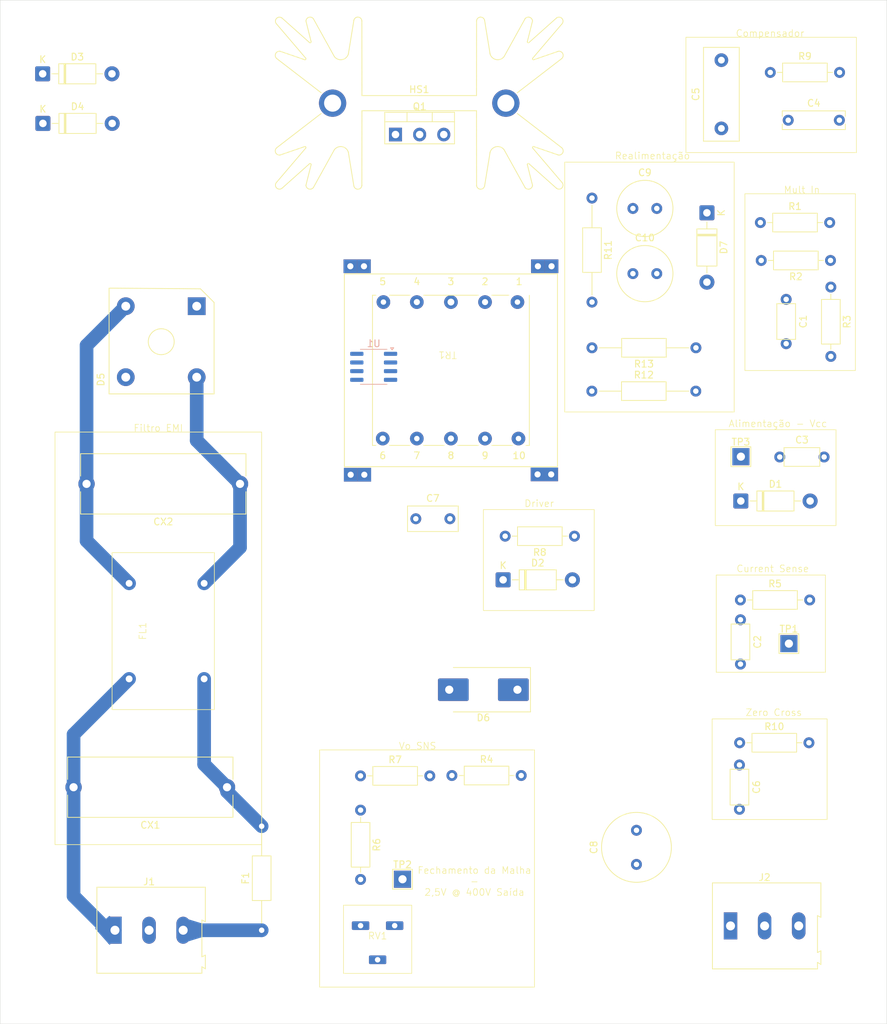
<source format=kicad_pcb>
(kicad_pcb (version 20241229) (generator "pcbnew") (generator_version "9.0")
  (layers (0 "F.Cu" jumper) (2 "B.Cu" signal) (13 "F.Paste" user) (15 "B.Paste" user) (5 "F.SilkS" user "F.Silkscreen") (7 "B.SilkS" user "B.Silkscreen") (1 "F.Mask" user) (3 "B.Mask" user) (25 "Edge.Cuts" user))
  (net 0 "")
  (net 1 "/PFC/Mult_In")
  (net 2 "Earth")
  (net 3 "/CS")
  (net 4 "/Vcc")
  (net 5 "Net-(C4-Pad2)")
  (net 6 "/PFC/Comp")
  (net 7 "/ZCD")
  (net 8 "Net-(D5-+)")
  (net 9 "/Out+")
  (net 10 "Net-(D7-K)")
  (net 11 "Net-(CX1-Pad1)")
  (net 12 "/Prot-EMI/N")
  (net 13 "/Prot-EMI/P'")
  (net 14 "/Prot-EMI/N'")
  (net 15 "/PWM")
  (net 16 "/PFC/Multin")
  (net 17 "Net-(D6-A)")
  (net 18 "/Prot-EMI/P")
  (net 21 "Net-(R1-Pad1)")
  (net 22 "Net-(R4-Pad1)")
  (net 23 "/PFC/VO_SNS")
  (net 24 "Net-(R6-Pad2)")
  (net 25 "Net-(R12-Pad2)")
  (net 26 "/PFC/Current_Sense")
  (net 27 "/PFC/Zero_Cross")
  (net 28 "/PFC/Driver")
  (footprint "TestPoint:TestPoint_THTPad_2.5x2.5mm_Drill1.2mm" (layer "F.Cu") (at 137.81 96.1)
    (property "Reference" "TP3" (at 0 -2.148 0) (layer "F.SilkS"))
    (property "Value" "TestPoint")
    (pad "1" thru_hole rect (at 0 0) (size 2.5 2.5) (drill 1.2) (layers "*.Cu" "*.Mask") (net 4 "/Vcc"))
  )
  (footprint "Diode_THT:D_DO-41_SOD81_P10.16mm_Horizontal" (layer "F.Cu") (at 132.83 60.37 -90)
    (property "Reference" "D7" (at 5.08 -2.47 90) (layer "F.SilkS"))
    (property "Value" "D")
    (fp_text user "K" (at 0 -2.1 90) (layer "F.SilkS"))
    (pad "1" thru_hole roundrect (at 0 0 270) (size 2.2 2.2) (drill 1.1) (layers "*.Cu" "*.Mask") (roundrect_rratio 0.113636) (net 10 "Net-(D7-K)"))
    (pad "2" thru_hole circle (at 10.16 0 270) (size 2.2 2.2) (drill 1.1) (layers "*.Cu" "*.Mask") (net 7 "/ZCD"))
  )
  (footprint "Diode_THT:Diode_Bridge_Vishay_KBPC6" (layer "F.Cu") (at 58.025 74.055 -90)
    (property "Reference" "D5" (at 10.75 14.05 90) (layer "F.SilkS"))
    (property "Value" "VS-KBPC608")
    (pad "1" thru_hole rect (at 0 0 270) (size 2.6 2.6) (drill 1.3) (layers "*.Cu" "*.Mask") (net 8 "Net-(D5-+)"))
    (pad "2" thru_hole circle (at 0 10.4 270) (size 2.6 2.6) (drill 1.3) (layers "*.Cu" "*.Mask") (net 14 "/Prot-EMI/N'"))
    (pad "3" thru_hole circle (at 10.4 10.4 270) (size 2.6 2.6) (drill 1.3) (layers "*.Cu" "*.Mask") (net 2 "Earth"))
    (pad "4" thru_hole circle (at 10.4 0 270) (size 2.6 2.6) (drill 1.3) (layers "*.Cu" "*.Mask") (net 13 "/Prot-EMI/P'"))
  )
  (footprint "TestPoint:TestPoint_THTPad_2.5x2.5mm_Drill1.2mm" (layer "F.Cu") (at 88.2 158.025)
    (property "Reference" "TP2" (at 0 -2.148 0) (layer "F.SilkS"))
    (property "Value" "TestPoint")
    (pad "1" thru_hole rect (at 0 0) (size 2.5 2.5) (drill 1.2) (layers "*.Cu" "*.Mask") (net 24 "Net-(R6-Pad2)"))
  )
  (footprint "Resistor_THT:R_Axial_DIN0207_L6.3mm_D2.5mm_P10.16mm_Horizontal" (layer "F.Cu") (at 142.12 39.8)
    (property "Reference" "R9" (at 5.08 -2.37 0) (layer "F.SilkS"))
    (property "Value" "11k5")
    (pad "1" thru_hole circle (at 0 0) (size 1.6 1.6) (drill 0.8) (layers "*.Cu" "*.Mask") (net 2 "Earth"))
    (pad "2" thru_hole circle (at 10.16 0) (size 1.6 1.6) (drill 0.8) (layers "*.Cu" "*.Mask") (net 5 "Net-(C4-Pad2)"))
  )
  (footprint "Resistor_THT:R_Axial_DIN0207_L6.3mm_D2.5mm_P10.16mm_Horizontal" (layer "F.Cu") (at 82.04 142.875)
    (property "Reference" "R7" (at 5.08 -2.37 0) (layer "F.SilkS"))
    (property "Value" "180k")
    (pad "1" thru_hole circle (at 0 0) (size 1.6 1.6) (drill 0.8) (layers "*.Cu" "*.Mask") (net 23 "/PFC/VO_SNS"))
    (pad "2" thru_hole circle (at 10.16 0) (size 1.6 1.6) (drill 0.8) (layers "*.Cu" "*.Mask") (net 22 "Net-(R4-Pad1)"))
  )
  (footprint "Capacitor_THT:C_Disc_D5.0mm_W2.5mm_P2.50mm" (layer "F.Cu") (at 137.6 143.275 -90)
    (property "Reference" "C6" (at 1.25 -2.5 90) (layer "F.SilkS"))
    (property "Value" "18p")
    (pad "1" thru_hole circle (at -2 0 270) (size 1.6 1.6) (drill 0.8) (layers "*.Cu" "*.Mask") (net 27 "/PFC/Zero_Cross"))
    (pad "2" thru_hole circle (at 4.5 0 270) (size 1.6 1.6) (drill 0.8) (layers "*.Cu" "*.Mask") (net 2 "Earth"))
  )
  (footprint "Resistor_THT:R_Axial_DIN0207_L6.3mm_D2.5mm_P15.24mm_Horizontal" (layer "F.Cu") (at 67.55 165.495 90)
    (property "Reference" "F1" (at 7.62 -2.37 90) (layer "F.SilkS"))
    (property "Value" "Fuse")
    (pad "1" thru_hole circle (at 0 0 90) (size 1.6 1.6) (drill 0.8) (layers "*.Cu" "*.Mask") (net 18 "/Prot-EMI/P"))
    (pad "2" thru_hole circle (at 15.24 0 90) (size 1.6 1.6) (drill 0.8) (layers "*.Cu" "*.Mask") (net 11 "Net-(CX1-Pad1)"))
  )
  (footprint "Capacitor_THT:C_Disc_D5.0mm_W2.5mm_P2.50mm" (layer "F.Cu") (at 137.75 122 -90)
    (property "Reference" "C2" (at 1.25 -2.5 90) (layer "F.SilkS"))
    (property "Value" "1n")
    (pad "1" thru_hole circle (at -2 0 270) (size 1.6 1.6) (drill 0.8) (layers "*.Cu" "*.Mask") (net 26 "/PFC/Current_Sense"))
    (pad "2" thru_hole circle (at 4.5 0 270) (size 1.6 1.6) (drill 0.8) (layers "*.Cu" "*.Mask") (net 2 "Earth"))
  )
  (footprint "TerminalBlock:TerminalBlock_Altech_AK300-3_P5.00mm" (layer "F.Cu") (at 46.04 165.495)
    (property "Reference" "J1" (at 5 -7.1 0) (layer "F.SilkS"))
    (property "Value" "Screw_Terminal_01x03")
    (pad "1" thru_hole rect (at 0 0) (size 1.98 3.96) (drill 1.32) (layers "*.Cu" "*.Mask") (net 12 "/Prot-EMI/N"))
    (pad "2" thru_hole oval (at 5 0) (size 1.98 3.96) (drill 1.32) (layers "*.Cu" "*.Mask"))
    (pad "3" thru_hole oval (at 10 0) (size 1.98 3.96) (drill 1.32) (layers "*.Cu" "*.Mask") (net 18 "/Prot-EMI/P"))
  )
  (footprint "Capacitor_THT:C_Radial_D10.0mm_H20.0mm_P5.00mm" (layer "F.Cu") (at 122.5 155.85 90)
    (property "Reference" "C8" (at 2.5 -6.25 90) (layer "F.SilkS"))
    (property "Value" "105u")
    (pad "1" thru_hole circle (at 0 0 90) (size 1.6 1.6) (drill 0.8) (layers "*.Cu" "*.Mask") (net 9 "/Out+"))
    (pad "2" thru_hole circle (at 5 0 90) (size 1.6 1.6) (drill 0.8) (layers "*.Cu" "*.Mask") (net 2 "Earth"))
  )
  (footprint "Diode_SMD:D_SMC-RM10_Universal_Handsoldering" (layer "F.Cu") (at 100.05 130.25 180)
    (property "Reference" "D6" (at 0 -4.1 0) (layer "F.SilkS"))
    (property "Value" "STTH212S")
    (pad "1" thru_hole roundrect (at -5 0 180) (size 4.5 3.3) (drill 1.2 (offset 0.6 0)) (layers "*.Cu" "*.Mask") (roundrect_rratio 0.0757575758) (net 9 "/Out+"))
    (pad "2" thru_hole roundrect (at 5 0) (size 4.5 3.3) (drill 1.2 (offset 0.6 0)) (layers "*.Cu" "*.Mask") (roundrect_rratio 0.0757575758) (net 17 "Net-(D6-A)"))
  )
  (footprint "Diode_THT:D_DO-41_SOD81_P10.16mm_Horizontal" (layer "F.Cu") (at 35.44 40)
    (property "Reference" "D3" (at 5.08 -2.47 0) (layer "F.SilkS"))
    (property "Value" "1N4007")
    (fp_text user "K" (at 0 -2.1 0) (layer "F.SilkS"))
    (pad "1" thru_hole roundrect (at 0 0) (size 2.2 2.2) (drill 1.1) (layers "*.Cu" "*.Mask") (roundrect_rratio 0.113636) (net 16 "/PFC/Multin"))
    (pad "2" thru_hole circle (at 10.16 0) (size 2.2 2.2) (drill 1.1) (layers "*.Cu" "*.Mask") (net 14 "/Prot-EMI/N'"))
  )
  (footprint "Diode_THT:D_DO-41_SOD81_P10.16mm_Horizontal" (layer "F.Cu") (at 137.8 102.6)
    (property "Reference" "D1" (at 5.08 -2.47 0) (layer "F.SilkS"))
    (property "Value" "1N47xxA")
    (fp_text user "K" (at 0 -2.1 0) (layer "F.SilkS"))
    (pad "1" thru_hole roundrect (at 0 0) (size 2.2 2.2) (drill 1.1) (layers "*.Cu" "*.Mask") (roundrect_rratio 0.113636) (net 4 "/Vcc"))
    (pad "2" thru_hole circle (at 10.16 0) (size 2.2 2.2) (drill 1.1) (layers "*.Cu" "*.Mask") (net 2 "Earth"))
  )
  (footprint "TestPoint:TestPoint_THTPad_2.5x2.5mm_Drill1.2mm" (layer "F.Cu") (at 144.85 123.5)
    (property "Reference" "TP1" (at 0 -2.148 0) (layer "F.SilkS"))
    (property "Value" "TestPoint")
    (pad "1" thru_hole rect (at 0 0) (size 2.5 2.5) (drill 1.2) (layers "*.Cu" "*.Mask") (net 26 "/PFC/Current_Sense"))
  )
  (footprint "Capacitor_THT:C_Rect_L24.0mm_W8.6mm_P22.50mm_MKT" (layer "F.Cu") (at 62.47 144.54 180)
    (property "Reference" "CX1" (at 11.25 -5.55 0) (layer "F.SilkS"))
    (property "Value" "47n")
    (pad "1" thru_hole circle (at 0 0 180) (size 2.4 2.4) (drill 1.2) (layers "*.Cu" "*.Mask") (net 11 "Net-(CX1-Pad1)"))
    (pad "2" thru_hole circle (at 22.5 0 180) (size 2.4 2.4) (drill 1.2) (layers "*.Cu" "*.Mask") (net 12 "/Prot-EMI/N"))
  )
  (footprint "Capacitor_THT:C_Rect_L9.0mm_W2.5mm_P7.50mm_MKT" (layer "F.Cu") (at 144.75 46.8)
    (property "Reference" "C4" (at 3.75 -2.5 0) (layer "F.SilkS"))
    (property "Value" "1u")
    (pad "1" thru_hole circle (at 0 0) (size 1.6 1.6) (drill 0.8) (layers "*.Cu" "*.Mask") (net 6 "/PFC/Comp"))
    (pad "2" thru_hole circle (at 7.5 0) (size 1.6 1.6) (drill 0.8) (layers "*.Cu" "*.Mask") (net 5 "Net-(C4-Pad2)"))
  )
  (footprint "Heatsink:Heatsink_Fischer_SK129-STS_42x25mm_2xDrill2.5mm" (layer "F.Cu") (at 90.65 44.3)
    (property "Reference" "HS1" (at 0 -2 0) (layer "F.SilkS"))
    (property "Value" "Heatsink")
    (pad "1" thru_hole circle (at -12.7 0 180) (size 4 4) (drill 2.5) (layers "*.Cu" "*.Mask"))
    (pad "1" thru_hole circle (at 12.7 0) (size 4 4) (drill 2.5) (layers "*.Cu" "*.Mask"))
  )
  (footprint "Capacitor_THT:C_Disc_D5.0mm_W2.5mm_P2.50mm" (layer "F.Cu") (at 144.45 75.05 -90)
    (property "Reference" "C1" (at 1.25 -2.5 90) (layer "F.SilkS"))
    (property "Value" "1n")
    (pad "1" thru_hole circle (at -2 0 270) (size 1.6 1.6) (drill 0.8) (layers "*.Cu" "*.Mask") (net 1 "/PFC/Mult_In"))
    (pad "2" thru_hole circle (at 4.5 0 270) (size 1.6 1.6) (drill 0.8) (layers "*.Cu" "*.Mask") (net 2 "Earth"))
  )
  (footprint "ELP-Boost_PFC:Trimpot-10k" (layer "F.Cu") (at 84.55 166.825)
    (property "Reference" "RV1" (at 0 -0.5 0) (layer "F.SilkS") (effects (font (thickness 0.1))))
    (property "Value" "R_Potentiometer_Trim")
    (pad "1" thru_hole roundrect (at -2.5 -2) (size 2.54 1.27) (drill 0.8) (layers "*.Cu" "*.Mask") (roundrect_rratio 0.15) (net 24 "Net-(R6-Pad2)"))
    (pad "2" thru_hole roundrect (at 2.5 -2) (size 2.54 1.27) (drill 0.8) (layers "*.Cu" "*.Mask") (roundrect_rratio 0.15) (net 2 "Earth"))
    (pad "3" thru_hole roundrect (at 0 3) (size 2.54 1.27) (drill 0.8) (layers "*.Cu" "*.Mask") (roundrect_rratio 0.15) (net 2 "Earth"))
  )
  (footprint "Resistor_THT:R_Axial_DIN0207_L6.3mm_D2.5mm_P10.16mm_Horizontal" (layer "F.Cu") (at 113.41 107.75 180)
    (property "Reference" "R8" (at 5.08 -2.37 0) (layer "F.SilkS"))
    (property "Value" "10")
    (pad "1" thru_hole circle (at 0 0 180) (size 1.6 1.6) (drill 0.8) (layers "*.Cu" "*.Mask") (net 28 "/PFC/Driver"))
    (pad "2" thru_hole circle (at 10.16 0 180) (size 1.6 1.6) (drill 0.8) (layers "*.Cu" "*.Mask") (net 15 "/PWM"))
  )
  (footprint "TerminalBlock:TerminalBlock_Altech_AK300-3_P5.00mm" (layer "F.Cu") (at 136.29 164.86)
    (property "Reference" "J2" (at 5 -7.1 0) (layer "F.SilkS"))
    (property "Value" "Screw_Terminal_01x03")
    (pad "1" thru_hole rect (at 0 0) (size 1.98 3.96) (drill 1.32) (layers "*.Cu" "*.Mask") (net 9 "/Out+"))
    (pad "2" thru_hole oval (at 5 0) (size 1.98 3.96) (drill 1.32) (layers "*.Cu" "*.Mask"))
    (pad "3" thru_hole oval (at 10 0) (size 1.98 3.96) (drill 1.32) (layers "*.Cu" "*.Mask") (net 2 "Earth"))
  )
  (footprint "Resistor_THT:R_Axial_DIN0207_L6.3mm_D2.5mm_P10.16mm_Horizontal" (layer "F.Cu") (at 82.05 147.895 -90)
    (property "Reference" "R6" (at 5.08 -2.37 90) (layer "F.SilkS"))
    (property "Value" "7k5")
    (pad "1" thru_hole circle (at 0 0 270) (size 1.6 1.6) (drill 0.8) (layers "*.Cu" "*.Mask") (net 23 "/PFC/VO_SNS"))
    (pad "2" thru_hole circle (at 10.16 0 270) (size 1.6 1.6) (drill 0.8) (layers "*.Cu" "*.Mask") (net 24 "Net-(R6-Pad2)"))
  )
  (footprint "Package_TO_SOT_THT:TO-220-3_Vertical" (layer "F.Cu") (at 88.17 48.9)
    (property "Reference" "Q1" (at 2.54 -4.1 0) (layer "F.SilkS"))
    (property "Value" "12n50C3")
    (pad "1" thru_hole rect (at -1 0) (size 1.905 2) (drill 1.1) (layers "*.Cu" "*.Mask") (net 15 "/PWM"))
    (pad "2" thru_hole oval (at 2.54 0) (size 1.905 2) (drill 1.1) (layers "*.Cu" "*.Mask") (net 17 "Net-(D6-A)") (clearance 1))
    (pad "3" thru_hole oval (at 6.08 0) (size 1.905 2) (drill 1.1) (layers "*.Cu" "*.Mask") (net 3 "/CS"))
  )
  (footprint "ELP-Boost_PFC:Indutor ELP" (layer "F.Cu") (at 94.8 80.7 180)
    (property "Reference" "TR1" (at 0 -0.5 180) (layer "F.SilkS") (effects (font (thickness 0.1))))
    (property "Value" "TEZ2.5-D-1")
    (fp_text user "1" (at -10.5 10.25 0) (layer "F.SilkS"))
    (fp_text user "4" (at 4.5 10.25 0) (layer "F.SilkS"))
    (fp_text user "7" (at 4.5 -15.25 0) (layer "F.SilkS"))
    (fp_text user "2" (at -5.5 10.25 0) (layer "F.SilkS"))
    (fp_text user "9" (at -5.5 -15.25 0) (layer "F.SilkS"))
    (fp_text user "5" (at 9.5 10.25 0) (layer "F.SilkS"))
    (fp_text user "10" (at -10.5 -15.25 0) (layer "F.SilkS"))
    (fp_text user "6" (at 9.5 -15.25 0) (layer "F.SilkS"))
    (fp_text user "3" (at -0.5 10.25 0) (layer "F.SilkS"))
    (fp_text user "8" (at -0.5 -15.25 0) (layer "F.SilkS"))
    (pad "1" thru_hole rect (at -15.25 12.5 180) (size 2 2) (drill 0.9) (layers "*.Cu" "*.Mask") (net 8 "Net-(D5-+)"))
    (pad "1" thru_hole rect (at -13.25 12.5 180) (size 2 2) (drill 0.9) (layers "*.Cu" "*.Mask") (net 8 "Net-(D5-+)"))
    (pad "2" thru_hole circle (at -5.5 7.25 180) (size 2 2) (drill 0.9) (layers "*.Cu" "*.Mask"))
    (pad "3" thru_hole circle (at -0.5 7.25 180) (size 2 2) (drill 1) (layers "*.Cu" "*.Mask"))
    (pad "4" thru_hole circle (at 4.5 7.25 180) (size 2 2) (drill 0.9) (layers "*.Cu" "*.Mask"))
    (pad "5" thru_hole rect (at 12.25 12.5 180) (size 2 2) (drill 0.9) (layers "*.Cu" "*.Mask") (net 17 "Net-(D6-A)"))
    (pad "5" thru_hole rect (at 14.25 12.5 180) (size 2 2) (drill 0.9) (layers "*.Cu" "*.Mask") (net 17 "Net-(D6-A)"))
    (pad "6" thru_hole circle (at 9.5 -12.75 180) (size 2 2) (drill 0.9) (layers "*.Cu" "*.Mask"))
    (pad "7" thru_hole rect (at 12.2 -18.05 180) (size 2 2) (drill 0.9) (layers "*.Cu" "*.Mask") (net 2 "Earth"))
    (pad "7" thru_hole rect (at 14.2 -18.05 180) (size 2 2) (drill 0.9) (layers "*.Cu" "*.Mask") (net 2 "Earth"))
    (pad "8" thru_hole circle (at -0.5 -12.75 180) (size 2 2) (drill 0.9) (layers "*.Cu" "*.Mask"))
    (pad "9" thru_hole rect (at -15.2 -18 180) (size 2 2) (drill 0.9) (layers "*.Cu" "*.Mask") (net 7 "/ZCD"))
    (pad "9" thru_hole rect (at -13.2 -18 180) (size 2 2) (drill 0.9) (layers "*.Cu" "*.Mask") (net 7 "/ZCD"))
    (pad "10" thru_hole circle (at -10.4 -12.75 180) (size 2 2) (drill 0.8) (layers "*.Cu" "*.Mask"))
    (pad "11" thru_hole circle (at -10.25 7.25 180) (size 2 2) (drill 0.8) (layers "*.Cu" "*.Mask"))
    (pad "11" thru_hole circle (at -5.5 -12.75 180) (size 2 2) (drill 0.9) (layers "*.Cu" "*.Mask"))
    (pad "11" thru_hole circle (at 4.5 -12.75 180) (size 2 2) (drill 0.8) (layers "*.Cu" "*.Mask"))
    (pad "11" thru_hole circle (at 9.4 7.25 180) (size 2 2) (drill 0.8) (layers "*.Cu" "*.Mask"))
  )
  (footprint "Resistor_THT:R_Axial_DIN0207_L6.3mm_D2.5mm_P10.16mm_Horizontal" (layer "F.Cu") (at 95.44 142.825)
    (property "Reference" "R4" (at 5.08 -2.37 0) (layer "F.SilkS"))
    (property "Value" "1M")
    (pad "1" thru_hole circle (at 0 0) (size 1.6 1.6) (drill 0.8) (layers "*.Cu" "*.Mask") (net 22 "Net-(R4-Pad1)"))
    (pad "2" thru_hole circle (at 10.16 0) (size 1.6 1.6) (drill 0.8) (layers "*.Cu" "*.Mask") (net 9 "/Out+"))
  )
  (footprint "Resistor_THT:R_Axial_DIN0207_L6.3mm_D2.5mm_P10.16mm_Horizontal" (layer "F.Cu") (at 150.95 67.35 180)
    (property "Reference" "R2" (at 5.08 -2.37 0) (layer "F.SilkS"))
    (property "Value" "180k")
    (pad "1" thru_hole circle (at 0 0 180) (size 1.6 1.6) (drill 0.8) (layers "*.Cu" "*.Mask") (net 1 "/PFC/Mult_In"))
    (pad "2" thru_hole circle (at 10.16 0 180) (size 1.6 1.6) (drill 0.8) (layers "*.Cu" "*.Mask") (net 21 "Net-(R1-Pad1)"))
  )
  (footprint "Capacitor_THT:C_Rect_L13.5mm_W5.0mm_P10.00mm_FKS3_FKP3_MKS4" (layer "F.Cu") (at 134.95 48 90)
    (property "Reference" "C5" (at 5 -3.75 90) (layer "F.SilkS"))
    (property "Value" "120n")
    (pad "1" thru_hole circle (at 0 0 90) (size 2 2) (drill 1) (layers "*.Cu" "*.Mask") (net 6 "/PFC/Comp"))
    (pad "2" thru_hole circle (at 10 0 90) (size 2 2) (drill 1) (layers "*.Cu" "*.Mask") (net 2 "Earth"))
  )
  (footprint "Capacitor_THT:C_Rect_L7.2mm_W3.5mm_P5.00mm_FKS2_FKP2_MKS2_MKP2" (layer "F.Cu") (at 90.15 105.2)
    (property "Reference" "C7" (at 2.5 -3 0) (layer "F.SilkS"))
    (property "Value" "1u")
    (pad "1" thru_hole circle (at 0 0) (size 1.6 1.6) (drill 0.8) (layers "*.Cu" "*.Mask") (net 8 "Net-(D5-+)"))
    (pad "2" thru_hole circle (at 5 0) (size 1.6 1.6) (drill 0.8) (layers "*.Cu" "*.Mask") (net 2 "Earth"))
  )
  (footprint "Resistor_THT:R_Axial_DIN0207_L6.3mm_D2.5mm_P10.16mm_Horizontal" (layer "F.Cu") (at 137.63 138.025)
    (property "Reference" "R10" (at 5.08 -2.37 0) (layer "F.SilkS"))
    (property "Value" "22k")
    (pad "1" thru_hole circle (at 0 0) (size 1.6 1.6) (drill 0.8) (layers "*.Cu" "*.Mask") (net 27 "/PFC/Zero_Cross"))
    (pad "2" thru_hole circle (at 10.16 0) (size 1.6 1.6) (drill 0.8) (layers "*.Cu" "*.Mask") (net 7 "/ZCD"))
  )
  (footprint "Resistor_THT:R_Axial_DIN0207_L6.3mm_D2.5mm_P10.16mm_Horizontal" (layer "F.Cu") (at 137.74 117.1)
    (property "Reference" "R5" (at 5.08 -2.37 0) (layer "F.SilkS"))
    (property "Value" "330")
    (pad "1" thru_hole circle (at 0 0) (size 1.6 1.6) (drill 0.8) (layers "*.Cu" "*.Mask") (net 26 "/PFC/Current_Sense"))
    (pad "2" thru_hole circle (at 10.16 0) (size 1.6 1.6) (drill 0.8) (layers "*.Cu" "*.Mask") (net 3 "/CS"))
  )
  (footprint "Diode_THT:D_DO-41_SOD81_P10.16mm_Horizontal" (layer "F.Cu") (at 102.95 114.15)
    (property "Reference" "D2" (at 5.08 -2.47 0) (layer "F.SilkS"))
    (property "Value" "1N47xxA")
    (fp_text user "K" (at 0 -2.1 0) (layer "F.SilkS"))
    (pad "1" thru_hole roundrect (at 0 0) (size 2.2 2.2) (drill 1.1) (layers "*.Cu" "*.Mask") (roundrect_rratio 0.113636) (net 28 "/PFC/Driver"))
    (pad "2" thru_hole circle (at 10.16 0) (size 2.2 2.2) (drill 1.1) (layers "*.Cu" "*.Mask") (net 2 "Earth"))
  )
  (footprint "Diode_THT:D_DO-41_SOD81_P10.16mm_Horizontal" (layer "F.Cu") (at 35.475 47.27)
    (property "Reference" "D4" (at 5.08 -2.47 0) (layer "F.SilkS"))
    (property "Value" "1N4007")
    (fp_text user "K" (at 0 -2.1 0) (layer "F.SilkS"))
    (pad "1" thru_hole roundrect (at 0 0) (size 2.2 2.2) (drill 1.1) (layers "*.Cu" "*.Mask") (roundrect_rratio 0.113636) (net 16 "/PFC/Multin"))
    (pad "2" thru_hole circle (at 10.16 0) (size 2.2 2.2) (drill 1.1) (layers "*.Cu" "*.Mask") (net 13 "/Prot-EMI/P'"))
  )
  (footprint "Capacitor_THT:C_Radial_D8.0mm_H11.5mm_P3.50mm" (layer "F.Cu") (at 121.98 69.28)
    (property "Reference" "C10" (at 1.75 -5.25 0) (layer "F.SilkS"))
    (property "Value" "100u")
    (pad "1" thru_hole circle (at 0 0) (size 1.6 1.6) (drill 0.8) (layers "*.Cu" "*.Mask") (net 4 "/Vcc"))
    (pad "2" thru_hole circle (at 3.5 0) (size 1.6 1.6) (drill 0.8) (layers "*.Cu" "*.Mask") (net 2 "Earth"))
  )
  (footprint "Capacitor_THT:C_Disc_D5.0mm_W2.5mm_P2.50mm" (layer "F.Cu") (at 145.51 96.15)
    (property "Reference" "C3" (at 1.25 -2.5 0) (layer "F.SilkS"))
    (property "Value" "1n")
    (pad "1" thru_hole circle (at -2 0) (size 1.6 1.6) (drill 0.8) (layers "*.Cu" "*.Mask") (net 4 "/Vcc"))
    (pad "2" thru_hole circle (at 4.5 0) (size 1.6 1.6) (drill 0.8) (layers "*.Cu" "*.Mask") (net 2 "Earth"))
  )
  (footprint "Resistor_THT:R_Axial_DIN0207_L6.3mm_D2.5mm_P15.24mm_Horizontal" (layer "F.Cu") (at 115.98 58.21 -90)
    (property "Reference" "R11" (at 7.62 -2.37 90) (layer "F.SilkS"))
    (property "Value" "200")
    (pad "1" thru_hole circle (at 0 0 270) (size 1.6 1.6) (drill 0.8) (layers "*.Cu" "*.Mask") (net 10 "Net-(D7-K)"))
    (pad "2" thru_hole circle (at 15.24 0 270) (size 1.6 1.6) (drill 0.8) (layers "*.Cu" "*.Mask") (net 4 "/Vcc"))
  )
  (footprint "ELP-Boost_PFC:Filtro_EMI-Choke" (layer "F.Cu") (at 50.615 121.665 90)
    (property "Reference" "FL1" (at 0 -0.5 90) (layer "F.SilkS") (effects (font (thickness 0.1))))
    (property "Value" "Filter_EMI_CommonMode")
    (pad "1" thru_hole circle (at -7 -2.5 90) (size 1.905 1.905) (drill 1) (layers "*.Cu" "*.Mask") (net 12 "/Prot-EMI/N"))
    (pad "2" thru_hole circle (at 7 -2.5 90) (size 1.905 1.905) (drill 1) (layers "*.Cu" "*.Mask") (net 14 "/Prot-EMI/N'"))
    (pad "3" thru_hole circle (at -7 8.5 90) (size 1.905 1.905) (drill 1) (layers "*.Cu" "*.Mask") (net 11 "Net-(CX1-Pad1)"))
    (pad "4" thru_hole circle (at 7 8.5 90) (size 1.905 1.905) (drill 1) (layers "*.Cu" "*.Mask") (net 13 "/Prot-EMI/P'"))
  )
  (footprint "Resistor_THT:R_Axial_DIN0207_L6.3mm_D2.5mm_P10.16mm_Horizontal" (layer "F.Cu") (at 151 71.25 -90)
    (property "Reference" "R3" (at 5.08 -2.37 90) (layer "F.SilkS"))
    (property "Value" "8k")
    (pad "1" thru_hole circle (at 0 0 270) (size 1.6 1.6) (drill 0.8) (layers "*.Cu" "*.Mask") (net 1 "/PFC/Mult_In"))
    (pad "2" thru_hole circle (at 10.16 0 270) (size 1.6 1.6) (drill 0.8) (layers "*.Cu" "*.Mask") (net 2 "Earth"))
  )
  (footprint "Resistor_THT:R_Axial_DIN0207_L6.3mm_D2.5mm_P10.16mm_Horizontal" (layer "F.Cu") (at 140.67 61.8)
    (property "Reference" "R1" (at 5.08 -2.37 0) (layer "F.SilkS"))
    (property "Value" "1M")
    (pad "1" thru_hole circle (at 0 0) (size 1.6 1.6) (drill 0.8) (layers "*.Cu" "*.Mask") (net 21 "Net-(R1-Pad1)"))
    (pad "2" thru_hole circle (at 10.16 0) (size 1.6 1.6) (drill 0.8) (layers "*.Cu" "*.Mask") (net 16 "/PFC/Multin"))
  )
  (footprint "Resistor_THT:R_Axial_DIN0207_L6.3mm_D2.5mm_P15.24mm_Horizontal" (layer "F.Cu") (at 115.96 86.5)
    (property "Reference" "R12" (at 7.62 -2.37 0) (layer "F.SilkS"))
    (property "Value" "51k")
    (pad "1" thru_hole circle (at 0 0) (size 1.6 1.6) (drill 0.8) (layers "*.Cu" "*.Mask") (net 8 "Net-(D5-+)"))
    (pad "2" thru_hole circle (at 15.24 0) (size 1.6 1.6) (drill 0.8) (layers "*.Cu" "*.Mask") (net 25 "Net-(R12-Pad2)"))
  )
  (footprint "Capacitor_THT:C_Radial_D8.0mm_H11.5mm_P3.50mm" (layer "F.Cu") (at 121.98 59.73)
    (property "Reference" "C9" (at 1.75 -5.25 0) (layer "F.SilkS"))
    (property "Value" "100u")
    (pad "1" thru_hole circle (at 0 0) (size 1.6 1.6) (drill 0.8) (layers "*.Cu" "*.Mask") (net 10 "Net-(D7-K)"))
    (pad "2" thru_hole circle (at 3.5 0) (size 1.6 1.6) (drill 0.8) (layers "*.Cu" "*.Mask") (net 2 "Earth"))
  )
  (footprint "Capacitor_THT:C_Rect_L24.0mm_W8.6mm_P22.50mm_MKT" (layer "F.Cu") (at 64.375 100.09 180)
    (property "Reference" "CX2" (at 11.25 -5.55 0) (layer "F.SilkS"))
    (property "Value" "47n")
    (pad "1" thru_hole circle (at 0 0 180) (size 2.4 2.4) (drill 1.2) (layers "*.Cu" "*.Mask") (net 13 "/Prot-EMI/P'"))
    (pad "2" thru_hole circle (at 22.5 0 180) (size 2.4 2.4) (drill 1.2) (layers "*.Cu" "*.Mask") (net 14 "/Prot-EMI/N'"))
  )
  (footprint "Resistor_THT:R_Axial_DIN0207_L6.3mm_D2.5mm_P15.24mm_Horizontal" (layer "F.Cu") (at 131.22 80.15 180)
    (property "Reference" "R13" (at 7.62 -2.37 0) (layer "F.SilkS"))
    (property "Value" "51k")
    (pad "1" thru_hole circle (at 0 0 180) (size 1.6 1.6) (drill 0.8) (layers "*.Cu" "*.Mask") (net 25 "Net-(R12-Pad2)"))
    (pad "2" thru_hole circle (at 15.24 0 180) (size 1.6 1.6) (drill 0.8) (layers "*.Cu" "*.Mask") (net 4 "/Vcc"))
  )
  (footprint "Package_SO:SOIC-8_3.9x4.9mm_P1.27mm" (layer "B.Cu") (at 83.975 82.935 180)
    (property "Reference" "U1" (at 0 3.4 0) (layer "B.SilkS") (effects (justify mirror)))
    (property "Value" "UCC38050")
    (pad "1" smd roundrect (at -2.475 1.905 180) (size 1.95 0.6) (layers "B.Cu" "B.Mask" "B.Paste") (net 23 "/PFC/VO_SNS"))
    (pad "2" smd roundrect (at -2.475 0.635 180) (size 1.95 0.6) (layers "B.Cu" "B.Mask" "B.Paste") (net 6 "/PFC/Comp") (clearance 0.25))
    (pad "3" smd roundrect (at -2.475 -0.635 180) (size 1.95 0.6) (layers "B.Cu" "B.Mask" "B.Paste") (net 1 "/PFC/Mult_In"))
    (pad "4" smd roundrect (at -2.475 -1.905 180) (size 1.95 0.6) (layers "B.Cu" "B.Mask" "B.Paste") (net 26 "/PFC/Current_Sense"))
    (pad "5" smd roundrect (at 2.475 -1.905 180) (size 1.95 0.6) (layers "B.Cu" "B.Mask" "B.Paste") (net 27 "/PFC/Zero_Cross"))
    (pad "6" smd roundrect (at 2.475 -0.635 180) (size 1.95 0.6) (layers "B.Cu" "B.Mask" "B.Paste") (net 2 "Earth"))
    (pad "7" smd roundrect (at 2.475 0.635 180) (size 1.95 0.6) (layers "B.Cu" "B.Mask" "B.Paste") (net 28 "/PFC/Driver"))
    (pad "8" smd roundrect (at 2.475 1.905 180) (size 1.95 0.6) (layers "B.Cu" "B.Mask" "B.Paste") (net 4 "/Vcc"))
  )
  (gr_poly (pts (xy 45.25 163.5) (xy 43.25 165.25) (xy 45.25 167.5)) (stroke (width 0.2)) (fill yes) (layer "B.Cu") (net 12))
  (gr_poly (pts (xy 56 163.75) (xy 61.75 165.5) (xy 56.015312 167.265312)) (stroke (width 0.2)) (fill yes) (layer "B.Cu") (net 18))
  (gr_rect (start 129.75 34.65) (end 154.75 51.55) (stroke (width 0.1)) (fill no) (layer "F.SilkS"))
  (gr_rect (start 76.05 139.075) (end 107.55 173.825) (stroke (width 0.1)) (fill no) (layer "F.SilkS"))
  (gr_rect (start 100.06 103.85) (end 116.31 118.65) (stroke (width 0.1)) (fill no) (layer "F.SilkS"))
  (gr_rect (start 37.25 92.5) (end 67.55 152.95) (stroke (width 0.1)) (fill no) (layer "F.SilkS"))
  (gr_rect (start 133.6 134.525) (end 150.45 149.275) (stroke (width 0.1)) (fill no) (layer "F.SilkS"))
  (gr_rect (start 138.4 57.58) (end 154.6 83.48) (stroke (width 0.1)) (fill no) (layer "F.SilkS"))
  (gr_rect (start 134.06 92.15) (end 151.76 106.2) (stroke (width 0.1)) (fill no) (layer "F.SilkS"))
  (gr_rect (start 134.2 113.45) (end 150.2 127.7) (stroke (width 0.1)) (fill no) (layer "F.SilkS"))
  (gr_rect (start 111.98 52.95) (end 136.83 89.55) (stroke (width 0.1)) (fill no) (layer "F.SilkS"))
  (gr_rect (start 29.21 29.21) (end 159.21 179.21) (stroke (width 0.05)) (fill no) (layer "Edge.Cuts"))
  (gr_text "Mult In" (at 144.05 57.58 0) (layer "F.SilkS") (effects (font (size 1 1) (thickness 0.1)) (justify left bottom)))
  (gr_text "Compensador" (at 137 34.65 0) (layer "F.SilkS") (effects (font (size 1 1) (thickness 0.1)) (justify left bottom)))
  (gr_text "Driver" (at 106.01 103.55 0) (layer "F.SilkS") (effects (font (size 1 1) (thickness 0.1)) (justify left bottom)))
  (gr_text "Vo_SNS" (at 87.6 139.075 0) (layer "F.SilkS") (effects (font (size 1 1) (thickness 0.1)) (justify left bottom)))
  (gr_text "Filtro EMI" (at 52.4 92.5 0) (layer "F.SilkS") (effects (font (size 1 1) (thickness 0.1)) (justify bottom)))
  (gr_text "Realimentação" (at 119.28 52.6 0) (layer "F.SilkS") (effects (font (size 1 1) (thickness 0.1)) (justify left bottom)))
  (gr_text "Fechamento da Malha\n-\n2,5V @ 400V Saída" (at 98.75 158.325 0) (layer "F.SilkS") (effects (font (size 1 1) (thickness 0.1))))
  (gr_text "Zero Cross" (at 138.45 134.175 0) (layer "F.SilkS") (effects (font (size 1 1) (thickness 0.1)) (justify left bottom)))
  (gr_text "Current Sense" (at 137.1 113.1 0) (layer "F.SilkS") (effects (font (size 1 1) (thickness 0.1)) (justify left bottom)))
  (gr_text "Alimentação - Vcc" (at 135.96 91.85 0) (layer "F.SilkS") (effects (font (size 1 1) (thickness 0.1)) (justify left bottom)))
  (segment (start 62.47 145.175) (end 67.55 150.255) (width 2) (layer "B.Cu") (net 11))
  (segment (start 59.115 128.665) (end 59.115 141.185) (width 2) (layer "B.Cu") (net 11))
  (segment (start 59.115 141.185) (end 62.47 144.54) (width 2) (layer "B.Cu") (net 11))
  (segment (start 62.47 144.54) (end 62.47 145.175) (width 2) (layer "B.Cu") (net 11))
  (segment (start 39.97 160.47) (end 44.995 165.495) (width 2) (layer "B.Cu") (net 12))
  (segment (start 48.115 128.665) (end 39.97 136.81) (width 2) (layer "B.Cu") (net 12))
  (segment (start 39.97 136.81) (end 39.97 144.54) (width 2) (layer "B.Cu") (net 12))
  (segment (start 39.97 144.54) (end 39.97 160.47) (width 2) (layer "B.Cu") (net 12))
  (segment (start 44.995 165.495) (end 46.04 165.495) (width 2) (layer "B.Cu") (net 12))
  (segment (start 58.025 93.74) (end 64.375 100.09) (width 2) (layer "B.Cu") (net 13))
  (segment (start 64.375 100.09) (end 64.375 109.405) (width 2) (layer "B.Cu") (net 13))
  (segment (start 58.025 84.455) (end 58.025 93.74) (width 2) (layer "B.Cu") (net 13))
  (segment (start 64.375 109.405) (end 59.115 114.665) (width 2) (layer "B.Cu") (net 13))
  (segment (start 41.875 100.09) (end 41.875 108.425) (width 2) (layer "B.Cu") (net 14))
  (segment (start 41.875 108.425) (end 48.115 114.665) (width 2) (layer "B.Cu") (net 14))
  (segment (start 47.625 74.055) (end 41.875 79.805) (width 2) (layer "B.Cu") (net 14))
  (segment (start 41.875 79.805) (end 41.875 100.09) (width 2) (layer "B.Cu") (net 14))
  (segment (start 67.55 165.495) (end 67.545 165.5) (width 2) (layer "B.Cu") (net 18))
  (segment (start 67.545 165.5) (end 56.045 165.5) (width 2) (layer "B.Cu") (net 18))
  (segment (start 56.045 165.5) (end 56.04 165.495) (width 2) (layer "B.Cu") (net 18))
)
</source>
